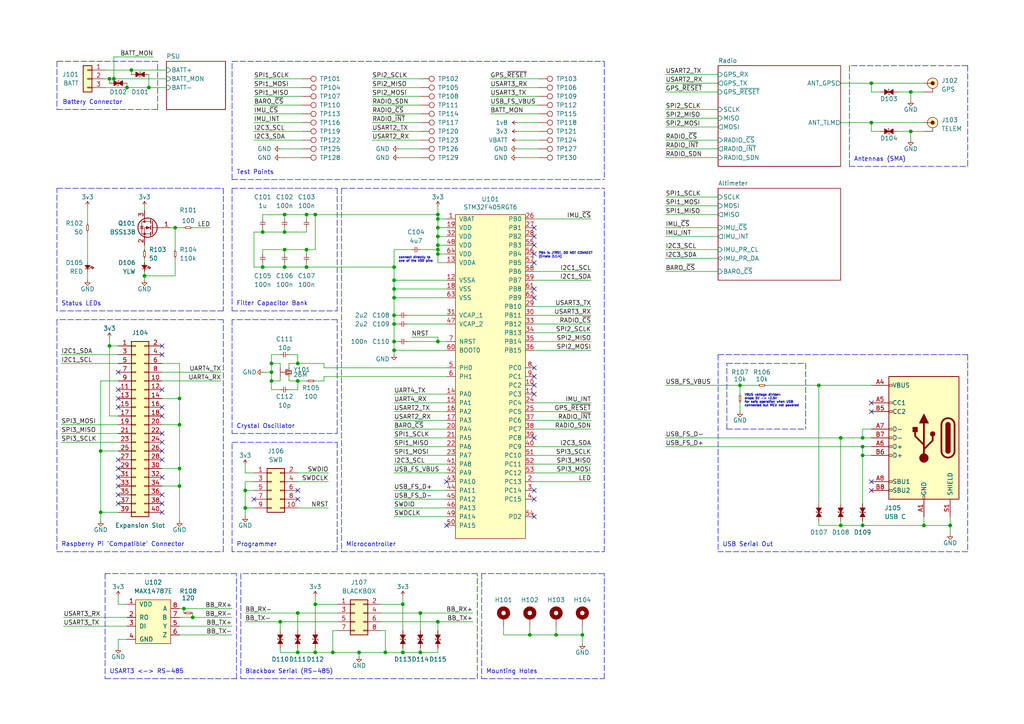
<source format=kicad_sch>
(kicad_sch (version 20211123) (generator eeschema)
  (paper "A4")
  (title_block (title "Lychee Flight Computer") (date "2021-12-31") (rev "1") (company "Cambridge University Spaceflight") (comment 1 "Drawn By H. Franks"))
  (junction (at 86.36 177.8))
  (junction (at 127 62.23))
  (junction (at 264.16 38.1))
  (junction (at 121.92 189.23))
  (junction (at 250.19 132.08))
  (junction (at 31.75 100.33))
  (junction (at 243.84 152.4))
  (junction (at 78.74 105.41))
  (junction (at 76.2 77.47))
  (junction (at 104.14 189.23))
  (junction (at 127 72.39))
  (junction (at 127 66.04))
  (junction (at 127 99.06))
  (junction (at 78.74 110.49))
  (junction (at 38.1 20.32))
  (junction (at 55.88 179.07))
  (junction (at 267.97 152.4))
  (junction (at 250.19 127))
  (junction (at 127 180.34))
  (junction (at 114.3 77.47))
  (junction (at 114.3 101.6))
  (junction (at 86.36 110.49))
  (junction (at 41.91 80.01))
  (junction (at 52.07 115.57))
  (junction (at 111.76 189.23))
  (junction (at 91.44 62.23))
  (junction (at 82.55 62.23))
  (junction (at 127 71.12))
  (junction (at 29.21 130.81))
  (junction (at 116.84 175.26))
  (junction (at 86.36 105.41))
  (junction (at 31.75 22.86))
  (junction (at 214.63 111.76))
  (junction (at 243.84 127))
  (junction (at 88.9 72.39))
  (junction (at 36.83 25.4))
  (junction (at 71.12 147.32))
  (junction (at 29.21 148.59))
  (junction (at 114.3 93.98))
  (junction (at 161.29 184.15))
  (junction (at 114.3 83.82))
  (junction (at 237.49 111.76))
  (junction (at 82.55 72.39))
  (junction (at 153.67 184.15))
  (junction (at 250.19 129.54))
  (junction (at 127 63.5))
  (junction (at 82.55 67.31))
  (junction (at 52.07 140.97))
  (junction (at 50.8 66.04))
  (junction (at 264.16 26.67))
  (junction (at 33.02 22.86))
  (junction (at 71.12 142.24))
  (junction (at 52.07 123.19))
  (junction (at 76.2 67.31))
  (junction (at 86.36 189.23))
  (junction (at 114.3 86.36))
  (junction (at 81.28 180.34))
  (junction (at 114.3 91.44))
  (junction (at 250.19 152.4))
  (junction (at 127 68.58))
  (junction (at 88.9 62.23))
  (junction (at 43.18 25.4))
  (junction (at 114.3 81.28))
  (junction (at 168.91 184.15))
  (junction (at 82.55 77.47))
  (junction (at 91.44 175.26))
  (junction (at 96.52 189.23))
  (junction (at 88.9 77.47))
  (junction (at 114.3 99.06))
  (junction (at 252.73 24.13))
  (junction (at 275.59 152.4))
  (junction (at 127 73.66))
  (junction (at 252.73 35.56))
  (junction (at 121.92 177.8))
  (junction (at 91.44 189.23))
  (junction (at 52.07 135.89))
  (junction (at 116.84 189.23))
  (junction (at 78.74 107.95))
  (junction (at 53.34 176.53))
  (no_connect (at 154.94 106.68))
  (no_connect (at 154.94 109.22))
  (no_connect (at 154.94 76.2))
  (no_connect (at 154.94 73.66))
  (no_connect (at 154.94 83.82))
  (no_connect (at 154.94 144.78))
  (no_connect (at 129.54 139.7))
  (no_connect (at 154.94 66.04))
  (no_connect (at 154.94 114.3))
  (no_connect (at 252.73 142.24))
  (no_connect (at 154.94 142.24))
  (no_connect (at 86.36 144.78))
  (no_connect (at 73.66 144.78))
  (no_connect (at 154.94 68.58))
  (no_connect (at 154.94 149.86))
  (no_connect (at 154.94 86.36))
  (no_connect (at 46.99 113.03))
  (no_connect (at 46.99 133.35))
  (no_connect (at 46.99 130.81))
  (no_connect (at 46.99 128.27))
  (no_connect (at 34.29 133.35))
  (no_connect (at 252.73 139.7))
  (no_connect (at 154.94 111.76))
  (no_connect (at 154.94 127))
  (no_connect (at 129.54 152.4))
  (no_connect (at 46.99 125.73))
  (no_connect (at 34.29 135.89))
  (no_connect (at 34.29 138.43))
  (no_connect (at 46.99 148.59))
  (no_connect (at 46.99 146.05))
  (no_connect (at 46.99 143.51))
  (no_connect (at 46.99 138.43))
  (no_connect (at 46.99 118.11))
  (no_connect (at 46.99 120.65))
  (no_connect (at 34.29 118.11))
  (no_connect (at 34.29 115.57))
  (no_connect (at 34.29 113.03))
  (no_connect (at 34.29 140.97))
  (no_connect (at 34.29 143.51))
  (no_connect (at 34.29 146.05))
  (no_connect (at 86.36 142.24))
  (no_connect (at 154.94 71.12))
  (no_connect (at 46.99 100.33))
  (no_connect (at 46.99 102.87))
  (no_connect (at 34.29 107.95))
  (no_connect (at 252.73 116.84))
  (no_connect (at 252.73 119.38))
  (wire (pts (xy 114.3 81.28) (xy 114.3 83.82)))
  (wire (pts (xy 154.94 121.92) (xy 171.45 121.92)))
  (wire (pts (xy 86.36 139.7) (xy 95.25 139.7)))
  (wire (pts (xy 243.84 152.4) (xy 237.49 152.4)))
  (wire (pts (xy 83.82 110.49) (xy 86.36 110.49)))
  (wire (pts (xy 154.94 81.28) (xy 171.45 81.28)))
  (wire (pts (xy 30.48 20.32) (xy 38.1 20.32)))
  (wire (pts (xy 115.57 45.72) (xy 121.92 45.72)))
  (wire (pts (xy 34.29 100.33) (xy 31.75 100.33)))
  (polyline (pts (xy 138.43 166.37) (xy 69.85 166.37)))
  (wire (pts (xy 78.74 105.41) (xy 78.74 107.95)))
  (wire (pts (xy 114.3 142.24) (xy 129.54 142.24)))
  (wire (pts (xy 116.84 187.96) (xy 116.84 189.23)))
  (wire (pts (xy 76.2 76.2) (xy 76.2 77.47)))
  (polyline (pts (xy 67.31 92.71) (xy 67.31 125.73)))
  (wire (pts (xy 86.36 177.8) (xy 97.79 177.8)))
  (wire (pts (xy 53.34 176.53) (xy 67.31 176.53)))
  (wire (pts (xy 82.55 63.5) (xy 82.55 62.23)))
  (wire (pts (xy 78.74 113.03) (xy 81.28 113.03)))
  (wire (pts (xy 114.3 129.54) (xy 129.54 129.54)))
  (wire (pts (xy 76.2 72.39) (xy 82.55 72.39)))
  (wire (pts (xy 267.97 35.56) (xy 252.73 35.56)))
  (wire (pts (xy 93.98 109.22) (xy 129.54 109.22)))
  (wire (pts (xy 154.94 99.06) (xy 171.45 99.06)))
  (wire (pts (xy 88.9 72.39) (xy 88.9 73.66)))
  (wire (pts (xy 154.94 116.84) (xy 171.45 116.84)))
  (wire (pts (xy 52.07 181.61) (xy 67.31 181.61)))
  (wire (pts (xy 41.91 59.69) (xy 41.91 60.96)))
  (wire (pts (xy 193.04 31.75) (xy 208.28 31.75)))
  (wire (pts (xy 193.04 68.58) (xy 208.28 68.58)))
  (wire (pts (xy 76.2 63.5) (xy 76.2 62.23)))
  (wire (pts (xy 53.34 176.53) (xy 53.34 177.8)))
  (wire (pts (xy 107.95 25.4) (xy 121.92 25.4)))
  (wire (pts (xy 91.44 187.96) (xy 91.44 189.23)))
  (polyline (pts (xy 67.31 160.02) (xy 67.31 128.27)))
  (wire (pts (xy 193.04 45.72) (xy 208.28 45.72)))
  (wire (pts (xy 73.66 27.94) (xy 87.63 27.94)))
  (wire (pts (xy 71.12 142.24) (xy 73.66 142.24)))
  (wire (pts (xy 78.74 102.87) (xy 81.28 102.87)))
  (wire (pts (xy 208.28 72.39) (xy 193.04 72.39)))
  (wire (pts (xy 118.11 93.98) (xy 129.54 93.98)))
  (wire (pts (xy 43.18 25.4) (xy 48.26 25.4)))
  (wire (pts (xy 86.36 102.87) (xy 86.36 105.41)))
  (polyline (pts (xy 233.68 105.41) (xy 233.68 124.46)))
  (wire (pts (xy 30.48 22.86) (xy 31.75 22.86)))
  (polyline (pts (xy 16.51 92.71) (xy 16.51 125.73)))
  (polyline (pts (xy 16.51 17.78) (xy 16.51 31.75)))
  (wire (pts (xy 154.94 91.44) (xy 171.45 91.44)))
  (wire (pts (xy 171.45 63.5) (xy 154.94 63.5)))
  (wire (pts (xy 78.74 110.49) (xy 78.74 113.03)))
  (wire (pts (xy 60.96 66.04) (xy 55.88 66.04)))
  (wire (pts (xy 250.19 132.08) (xy 250.19 129.54)))
  (wire (pts (xy 222.25 111.76) (xy 237.49 111.76)))
  (wire (pts (xy 107.95 33.02) (xy 121.92 33.02)))
  (polyline (pts (xy 68.58 196.85) (xy 68.58 166.37)))
  (wire (pts (xy 142.24 22.86) (xy 156.21 22.86)))
  (wire (pts (xy 52.07 184.15) (xy 67.31 184.15)))
  (wire (pts (xy 115.57 43.18) (xy 121.92 43.18)))
  (wire (pts (xy 118.11 91.44) (xy 129.54 91.44)))
  (wire (pts (xy 243.84 127) (xy 243.84 146.05)))
  (wire (pts (xy 114.3 121.92) (xy 129.54 121.92)))
  (wire (pts (xy 250.19 152.4) (xy 250.19 151.13)))
  (wire (pts (xy 86.36 187.96) (xy 86.36 189.23)))
  (wire (pts (xy 250.19 127) (xy 250.19 124.46)))
  (wire (pts (xy 46.99 110.49) (xy 64.135 110.49)))
  (wire (pts (xy 81.28 180.34) (xy 97.79 180.34)))
  (wire (pts (xy 267.97 24.13) (xy 252.73 24.13)))
  (wire (pts (xy 107.95 35.56) (xy 121.92 35.56)))
  (wire (pts (xy 81.28 187.96) (xy 81.28 189.23)))
  (wire (pts (xy 193.04 43.18) (xy 208.28 43.18)))
  (wire (pts (xy 267.97 149.86) (xy 267.97 152.4)))
  (polyline (pts (xy 99.06 54.61) (xy 99.06 160.02)))
  (wire (pts (xy 193.04 66.04) (xy 208.28 66.04)))
  (wire (pts (xy 55.88 179.07) (xy 67.31 179.07)))
  (wire (pts (xy 193.04 129.54) (xy 250.19 129.54)))
  (polyline (pts (xy 175.26 160.02) (xy 175.26 54.61)))
  (wire (pts (xy 114.3 83.82) (xy 114.3 86.36)))
  (wire (pts (xy 52.07 140.97) (xy 46.99 140.97)))
  (wire (pts (xy 243.84 24.13) (xy 252.73 24.13)))
  (polyline (pts (xy 280.67 19.05) (xy 280.67 48.26)))
  (wire (pts (xy 107.95 27.94) (xy 121.92 27.94)))
  (wire (pts (xy 237.49 111.76) (xy 252.73 111.76)))
  (wire (pts (xy 96.52 189.23) (xy 104.14 189.23)))
  (wire (pts (xy 193.04 24.13) (xy 208.28 24.13)))
  (wire (pts (xy 267.97 26.67) (xy 264.16 26.67)))
  (wire (pts (xy 149.86 40.64) (xy 156.21 40.64)))
  (wire (pts (xy 76.2 73.66) (xy 76.2 72.39)))
  (wire (pts (xy 264.16 26.67) (xy 264.16 29.21)))
  (polyline (pts (xy 97.79 160.02) (xy 67.31 160.02)))
  (wire (pts (xy 118.11 99.06) (xy 127 99.06)))
  (wire (pts (xy 161.29 181.61) (xy 161.29 184.15)))
  (wire (pts (xy 73.66 139.7) (xy 71.12 139.7)))
  (wire (pts (xy 81.28 45.72) (xy 87.63 45.72)))
  (wire (pts (xy 71.12 142.24) (xy 71.12 147.32)))
  (wire (pts (xy 73.66 33.02) (xy 87.63 33.02)))
  (wire (pts (xy 52.07 105.41) (xy 52.07 115.57)))
  (polyline (pts (xy 246.38 48.26) (xy 280.67 48.26)))
  (wire (pts (xy 114.3 134.62) (xy 129.54 134.62)))
  (wire (pts (xy 17.78 123.19) (xy 34.29 123.19)))
  (wire (pts (xy 127 180.34) (xy 137.16 180.34)))
  (wire (pts (xy 52.07 123.19) (xy 46.99 123.19)))
  (polyline (pts (xy 16.51 31.75) (xy 45.72 31.75)))
  (wire (pts (xy 208.28 57.15) (xy 193.04 57.15)))
  (polyline (pts (xy 67.31 54.61) (xy 97.79 54.61)))
  (wire (pts (xy 127 59.69) (xy 127 62.23)))
  (wire (pts (xy 78.74 110.49) (xy 81.28 110.49)))
  (polyline (pts (xy 67.31 54.61) (xy 67.31 90.17)))
  (wire (pts (xy 78.74 102.87) (xy 78.74 105.41)))
  (wire (pts (xy 142.24 30.48) (xy 156.21 30.48)))
  (polyline (pts (xy 64.77 92.71) (xy 16.51 92.71)))
  (wire (pts (xy 114.3 144.78) (xy 129.54 144.78)))
  (wire (pts (xy 91.44 62.23) (xy 127 62.23)))
  (wire (pts (xy 127 71.12) (xy 129.54 71.12)))
  (polyline (pts (xy 210.82 105.41) (xy 233.68 105.41)))
  (polyline (pts (xy 67.31 17.78) (xy 175.26 17.78)))
  (wire (pts (xy 96.52 182.88) (xy 96.52 189.23)))
  (wire (pts (xy 127 63.5) (xy 127 66.04)))
  (wire (pts (xy 193.04 34.29) (xy 208.28 34.29)))
  (wire (pts (xy 81.28 180.34) (xy 81.28 182.88)))
  (wire (pts (xy 50.8 80.01) (xy 50.8 74.93)))
  (wire (pts (xy 83.82 105.41) (xy 83.82 106.68)))
  (wire (pts (xy 33.02 22.86) (xy 48.26 22.86)))
  (wire (pts (xy 127 189.23) (xy 127 187.96)))
  (wire (pts (xy 121.92 72.39) (xy 127 72.39)))
  (wire (pts (xy 88.9 77.47) (xy 114.3 77.47)))
  (wire (pts (xy 43.18 21.59) (xy 43.18 25.4)))
  (wire (pts (xy 193.04 111.76) (xy 214.63 111.76)))
  (wire (pts (xy 214.63 111.76) (xy 214.63 114.3)))
  (wire (pts (xy 121.92 189.23) (xy 127 189.23)))
  (wire (pts (xy 52.07 115.57) (xy 52.07 123.19)))
  (wire (pts (xy 41.91 78.74) (xy 41.91 80.01)))
  (wire (pts (xy 149.86 38.1) (xy 156.21 38.1)))
  (wire (pts (xy 127 71.12) (xy 127 72.39)))
  (polyline (pts (xy 30.48 166.37) (xy 30.48 196.85)))
  (wire (pts (xy 260.35 26.67) (xy 264.16 26.67)))
  (wire (pts (xy 237.49 111.76) (xy 237.49 146.05)))
  (wire (pts (xy 129.54 119.38) (xy 114.3 119.38)))
  (wire (pts (xy 114.3 93.98) (xy 114.3 91.44)))
  (polyline (pts (xy 16.51 125.73) (xy 16.51 160.02)))
  (wire (pts (xy 243.84 127) (xy 250.19 127)))
  (wire (pts (xy 264.16 38.1) (xy 264.16 40.64)))
  (wire (pts (xy 171.45 119.38) (xy 154.94 119.38)))
  (wire (pts (xy 88.9 62.23) (xy 91.44 62.23)))
  (wire (pts (xy 73.66 30.48) (xy 87.63 30.48)))
  (wire (pts (xy 29.21 110.49) (xy 34.29 110.49)))
  (wire (pts (xy 154.94 139.7) (xy 171.45 139.7)))
  (wire (pts (xy 127 73.66) (xy 127 76.2)))
  (wire (pts (xy 114.3 99.06) (xy 114.3 101.6)))
  (wire (pts (xy 110.49 182.88) (xy 111.76 182.88)))
  (wire (pts (xy 149.86 43.18) (xy 156.21 43.18)))
  (wire (pts (xy 127 72.39) (xy 127 73.66)))
  (wire (pts (xy 250.19 127) (xy 252.73 127)))
  (wire (pts (xy 29.21 148.59) (xy 29.21 151.13)))
  (wire (pts (xy 29.21 130.81) (xy 29.21 148.59)))
  (wire (pts (xy 91.44 110.49) (xy 93.98 110.49)))
  (wire (pts (xy 119.38 97.79) (xy 127 97.79)))
  (polyline (pts (xy 16.51 160.02) (xy 64.77 160.02)))
  (wire (pts (xy 41.91 80.01) (xy 41.91 81.28)))
  (wire (pts (xy 154.94 129.54) (xy 171.45 129.54)))
  (wire (pts (xy 171.45 124.46) (xy 154.94 124.46)))
  (wire (pts (xy 91.44 62.23) (xy 91.44 72.39)))
  (wire (pts (xy 127 66.04) (xy 129.54 66.04)))
  (wire (pts (xy 129.54 86.36) (xy 114.3 86.36)))
  (wire (pts (xy 30.48 25.4) (xy 36.83 25.4)))
  (wire (pts (xy 107.95 30.48) (xy 121.92 30.48)))
  (wire (pts (xy 129.54 114.3) (xy 114.3 114.3)))
  (wire (pts (xy 154.94 96.52) (xy 171.45 96.52)))
  (wire (pts (xy 115.57 99.06) (xy 114.3 99.06)))
  (wire (pts (xy 93.98 110.49) (xy 93.98 109.22)))
  (wire (pts (xy 114.3 137.16) (xy 129.54 137.16)))
  (wire (pts (xy 52.07 135.89) (xy 46.99 135.89)))
  (wire (pts (xy 76.2 77.47) (xy 82.55 77.47)))
  (polyline (pts (xy 175.26 17.78) (xy 175.26 52.07)))
  (polyline (pts (xy 45.72 31.75) (xy 45.72 17.78)))
  (wire (pts (xy 154.94 101.6) (xy 171.45 101.6)))
  (polyline (pts (xy 139.7 196.85) (xy 175.26 196.85)))
  (wire (pts (xy 17.78 125.73) (xy 34.29 125.73)))
  (wire (pts (xy 31.75 22.86) (xy 31.75 24.13)))
  (wire (pts (xy 129.54 83.82) (xy 114.3 83.82)))
  (wire (pts (xy 127 76.2) (xy 129.54 76.2)))
  (wire (pts (xy 73.66 35.56) (xy 87.63 35.56)))
  (polyline (pts (xy 67.31 52.07) (xy 175.26 52.07)))
  (wire (pts (xy 29.21 148.59) (xy 34.29 148.59)))
  (wire (pts (xy 25.4 59.69) (xy 25.4 64.77)))
  (wire (pts (xy 82.55 62.23) (xy 88.9 62.23)))
  (wire (pts (xy 83.82 105.41) (xy 86.36 105.41)))
  (wire (pts (xy 41.91 74.93) (xy 41.91 76.2)))
  (wire (pts (xy 127 66.04) (xy 127 68.58)))
  (wire (pts (xy 46.99 107.95) (xy 64.135 107.95)))
  (wire (pts (xy 114.3 77.47) (xy 114.3 81.28)))
  (wire (pts (xy 250.19 129.54) (xy 252.73 129.54)))
  (wire (pts (xy 121.92 177.8) (xy 137.16 177.8)))
  (wire (pts (xy 76.2 107.95) (xy 78.74 107.95)))
  (polyline (pts (xy 99.06 54.61) (xy 175.26 54.61)))
  (wire (pts (xy 208.28 59.69) (xy 193.04 59.69)))
  (wire (pts (xy 52.07 105.41) (xy 46.99 105.41)))
  (polyline (pts (xy 210.82 124.46) (xy 233.68 124.46)))
  (wire (pts (xy 208.28 74.93) (xy 193.04 74.93)))
  (wire (pts (xy 114.3 91.44) (xy 114.3 86.36)))
  (wire (pts (xy 29.21 110.49) (xy 29.21 130.81)))
  (wire (pts (xy 127 68.58) (xy 129.54 68.58)))
  (wire (pts (xy 71.12 180.34) (xy 81.28 180.34)))
  (wire (pts (xy 82.55 77.47) (xy 88.9 77.47)))
  (wire (pts (xy 83.82 102.87) (xy 86.36 102.87)))
  (wire (pts (xy 18.415 179.07) (xy 36.83 179.07)))
  (wire (pts (xy 142.24 27.94) (xy 156.21 27.94)))
  (wire (pts (xy 214.63 116.84) (xy 214.63 119.38)))
  (wire (pts (xy 193.04 127) (xy 243.84 127)))
  (wire (pts (xy 52.07 123.19) (xy 52.07 135.89)))
  (wire (pts (xy 38.1 20.32) (xy 48.26 20.32)))
  (wire (pts (xy 73.66 40.64) (xy 87.63 40.64)))
  (wire (pts (xy 83.82 113.03) (xy 86.36 113.03)))
  (wire (pts (xy 116.84 175.26) (xy 116.84 182.88)))
  (polyline (pts (xy 175.26 196.85) (xy 175.26 166.37)))
  (wire (pts (xy 250.19 124.46) (xy 252.73 124.46)))
  (wire (pts (xy 25.4 78.74) (xy 25.4 81.28)))
  (wire (pts (xy 252.73 132.08) (xy 250.19 132.08)))
  (wire (pts (xy 127 63.5) (xy 129.54 63.5)))
  (wire (pts (xy 107.95 40.64) (xy 121.92 40.64)))
  (wire (pts (xy 97.79 182.88) (xy 96.52 182.88)))
  (wire (pts (xy 81.28 105.41) (xy 78.74 105.41)))
  (wire (pts (xy 255.27 26.67) (xy 252.73 26.67)))
  (wire (pts (xy 149.86 45.72) (xy 156.21 45.72)))
  (wire (pts (xy 193.04 40.64) (xy 208.28 40.64)))
  (wire (pts (xy 153.67 181.61) (xy 153.67 184.15)))
  (wire (pts (xy 31.75 100.33) (xy 31.75 120.65)))
  (wire (pts (xy 127 62.23) (xy 127 63.5)))
  (polyline (pts (xy 30.48 196.85) (xy 68.58 196.85)))
  (wire (pts (xy 193.04 26.67) (xy 208.28 26.67)))
  (wire (pts (xy 82.55 73.66) (xy 82.55 72.39)))
  (wire (pts (xy 168.91 181.61) (xy 168.91 184.15)))
  (wire (pts (xy 250.19 132.08) (xy 250.19 146.05)))
  (wire (pts (xy 193.04 36.83) (xy 208.28 36.83)))
  (wire (pts (xy 149.86 35.56) (xy 156.21 35.56)))
  (wire (pts (xy 114.3 116.84) (xy 129.54 116.84)))
  (wire (pts (xy 243.84 35.56) (xy 252.73 35.56)))
  (wire (pts (xy 73.66 77.47) (xy 73.66 67.31)))
  (wire (pts (xy 17.78 102.87) (xy 34.29 102.87)))
  (wire (pts (xy 154.94 88.9) (xy 171.45 88.9)))
  (polyline (pts (xy 16.51 54.61) (xy 64.77 54.61)))
  (wire (pts (xy 104.14 189.23) (xy 104.14 190.5)))
  (wire (pts (xy 193.04 21.59) (xy 208.28 21.59)))
  (wire (pts (xy 33.02 22.86) (xy 33.02 16.51)))
  (polyline (pts (xy 97.79 92.71) (xy 67.31 92.71)))
  (wire (pts (xy 88.9 77.47) (xy 88.9 76.2)))
  (wire (pts (xy 38.1 20.32) (xy 38.1 21.59)))
  (wire (pts (xy 81.28 110.49) (xy 81.28 109.22)))
  (polyline (pts (xy 97.79 128.27) (xy 97.79 160.02)))
  (wire (pts (xy 34.29 120.65) (xy 31.75 120.65)))
  (wire (pts (xy 73.66 38.1) (xy 87.63 38.1)))
  (wire (pts (xy 91.44 182.88) (xy 91.44 175.26)))
  (wire (pts (xy 127 68.58) (xy 127 71.12)))
  (wire (pts (xy 129.54 101.6) (xy 114.3 101.6)))
  (polyline (pts (xy 67.31 52.07) (xy 67.31 17.78)))
  (wire (pts (xy 53.34 66.04) (xy 50.8 66.04)))
  (wire (pts (xy 104.14 189.23) (xy 111.76 189.23)))
  (wire (pts (xy 121.92 187.96) (xy 121.92 189.23)))
  (wire (pts (xy 110.49 177.8) (xy 121.92 177.8)))
  (wire (pts (xy 267.97 152.4) (xy 275.59 152.4)))
  (wire (pts (xy 82.55 72.39) (xy 88.9 72.39)))
  (wire (pts (xy 36.83 24.13) (xy 36.83 25.4)))
  (wire (pts (xy 34.29 185.42) (xy 36.83 185.42)))
  (wire (pts (xy 81.28 189.23) (xy 86.36 189.23)))
  (wire (pts (xy 17.78 128.27) (xy 34.29 128.27)))
  (wire (pts (xy 36.83 25.4) (xy 43.18 25.4)))
  (wire (pts (xy 91.44 189.23) (xy 96.52 189.23)))
  (polyline (pts (xy 67.31 128.27) (xy 97.79 128.27)))
  (wire (pts (xy 168.91 184.15) (xy 161.29 184.15)))
  (wire (pts (xy 275.59 152.4) (xy 275.59 154.94)))
  (wire (pts (xy 50.8 66.04) (xy 50.8 72.39)))
  (wire (pts (xy 250.19 152.4) (xy 267.97 152.4)))
  (polyline (pts (xy 64.77 54.61) (xy 64.77 90.17)))
  (wire (pts (xy 29.21 130.81) (xy 34.29 130.81)))
  (wire (pts (xy 73.66 137.16) (xy 71.12 137.16)))
  (wire (pts (xy 82.55 67.31) (xy 88.9 67.31)))
  (wire (pts (xy 127 180.34) (xy 127 182.88)))
  (polyline (pts (xy 138.43 196.85) (xy 138.43 166.37)))
  (wire (pts (xy 250.19 152.4) (xy 243.84 152.4)))
  (wire (pts (xy 237.49 152.4) (xy 237.49 151.13)))
  (polyline (pts (xy 97.79 54.61) (xy 97.79 90.17)))
  (wire (pts (xy 114.3 149.86) (xy 129.54 149.86)))
  (wire (pts (xy 260.35 38.1) (xy 264.16 38.1)))
  (wire (pts (xy 50.8 66.04) (xy 49.53 66.04)))
  (wire (pts (xy 154.94 134.62) (xy 171.45 134.62)))
  (wire (pts (xy 71.12 177.8) (xy 86.36 177.8)))
  (wire (pts (xy 71.12 147.32) (xy 71.12 149.86)))
  (wire (pts (xy 73.66 147.32) (xy 71.12 147.32)))
  (wire (pts (xy 116.84 172.72) (xy 116.84 175.26)))
  (wire (pts (xy 41.91 80.01) (xy 50.8 80.01)))
  (wire (pts (xy 86.36 105.41) (xy 93.98 105.41)))
  (polyline (pts (xy 67.31 90.17) (xy 97.79 90.17)))
  (wire (pts (xy 275.59 149.86) (xy 275.59 152.4)))
  (polyline (pts (xy 99.06 160.02) (xy 175.26 160.02)))
  (polyline (pts (xy 280.67 102.87) (xy 280.67 160.02)))
  (wire (pts (xy 252.73 26.67) (xy 252.73 24.13)))
  (wire (pts (xy 142.24 25.4) (xy 156.21 25.4)))
  (wire (pts (xy 52.07 179.07) (xy 55.88 179.07)))
  (wire (pts (xy 52.07 176.53) (xy 53.34 176.53)))
  (wire (pts (xy 31.75 22.86) (xy 33.02 22.86)))
  (polyline (pts (xy 45.72 17.78) (xy 16.51 17.78)))
  (wire (pts (xy 73.66 25.4) (xy 87.63 25.4)))
  (wire (pts (xy 83.82 109.22) (xy 83.82 110.49)))
  (wire (pts (xy 86.36 147.32) (xy 95.25 147.32)))
  (wire (pts (xy 127 99.06) (xy 129.54 99.06)))
  (polyline (pts (xy 210.82 124.46) (xy 210.82 105.41)))
  (wire (pts (xy 119.38 72.39) (xy 114.3 72.39)))
  (wire (pts (xy 111.76 182.88) (xy 111.76 189.23)))
  (polyline (pts (xy 280.67 19.05) (xy 246.38 19.05)))
  (polyline (pts (xy 69.85 196.85) (xy 138.43 196.85)))
  (wire (pts (xy 146.05 184.15) (xy 146.05 181.61)))
  (wire (pts (xy 78.74 107.95) (xy 78.74 110.49)))
  (polyline (pts (xy 208.28 102.87) (xy 208.28 160.02)))
  (wire (pts (xy 93.98 106.68) (xy 129.54 106.68)))
  (wire (pts (xy 93.98 105.41) (xy 93.98 106.68)))
  (wire (pts (xy 71.12 134.62) (xy 71.12 137.16)))
  (wire (pts (xy 86.36 189.23) (xy 91.44 189.23)))
  (wire (pts (xy 252.73 38.1) (xy 252.73 35.56)))
  (wire (pts (xy 111.76 189.23) (xy 116.84 189.23)))
  (wire (pts (xy 114.3 132.08) (xy 129.54 132.08)))
  (wire (pts (xy 114.3 127) (xy 129.54 127)))
  (polyline (pts (xy 246.38 19.05) (xy 246.38 48.26)))
  (wire (pts (xy 91.44 175.26) (xy 97.79 175.26)))
  (wire (pts (xy 146.05 184.15) (xy 153.67 184.15)))
  (wire (pts (xy 154.94 132.08) (xy 171.45 132.08)))
  (wire (pts (xy 127 97.79) (xy 127 99.06)))
  (wire (pts (xy 73.66 22.86) (xy 87.63 22.86)))
  (wire (pts (xy 114.3 101.6) (xy 114.3 102.87)))
  (wire (pts (xy 76.2 77.47) (xy 73.66 77.47)))
  (wire (pts (xy 25.4 67.31) (xy 25.4 76.2)))
  (wire (pts (xy 76.2 67.31) (xy 76.2 66.04)))
  (polyline (pts (xy 64.77 160.02) (xy 64.77 92.71)))
  (wire (pts (xy 81.28 43.18) (xy 87.63 43.18)))
  (polyline (pts (xy 16.51 90.17) (xy 16.51 54.61)))
  (wire (pts (xy 73.66 67.31) (xy 76.2 67.31)))
  (wire (pts (xy 52.07 115.57) (xy 46.99 115.57)))
  (wire (pts (xy 114.3 147.32) (xy 129.54 147.32)))
  (wire (pts (xy 86.36 110.49) (xy 86.36 113.03)))
  (wire (pts (xy 193.04 78.74) (xy 208.28 78.74)))
  (wire (pts (xy 107.95 38.1) (xy 121.92 38.1)))
  (wire (pts (xy 34.29 185.42) (xy 34.29 187.96)))
  (wire (pts (xy 31.75 97.79) (xy 31.75 100.33)))
  (wire (pts (xy 82.55 67.31) (xy 76.2 67.31)))
  (wire (pts (xy 88.9 63.5) (xy 88.9 62.23)))
  (wire (pts (xy 214.63 111.76) (xy 219.71 111.76)))
  (wire (pts (xy 129.54 124.46) (xy 114.3 124.46)))
  (wire (pts (xy 110.49 180.34) (xy 127 180.34)))
  (wire (pts (xy 88.9 66.04) (xy 88.9 67.31)))
  (polyline (pts (xy 175.26 166.37) (xy 139.7 166.37)))
  (wire (pts (xy 243.84 152.4) (xy 243.84 151.13)))
  (wire (pts (xy 55.88 177.8) (xy 55.88 179.07)))
  (wire (pts (xy 88.9 72.39) (xy 91.44 72.39)))
  (polyline (pts (xy 139.7 166.37) (xy 139.7 196.85)))
  (wire (pts (xy 33.02 16.51) (xy 44.45 16.51)))
  (wire (pts (xy 17.78 105.41) (xy 34.29 105.41)))
  (wire (pts (xy 41.91 71.12) (xy 41.91 72.39)))
  (wire (pts (xy 36.83 175.26) (xy 34.29 175.26)))
  (wire (pts (xy 82.55 66.04) (xy 82.55 67.31)))
  (wire (pts (xy 154.94 78.74) (xy 171.45 78.74)))
  (wire (pts (xy 153.67 184.15) (xy 161.29 184.15)))
  (wire (pts (xy 91.44 172.72) (xy 91.44 175.26)))
  (wire (pts (xy 129.54 81.28) (xy 114.3 81.28)))
  (polyline (pts (xy 208.28 102.87) (xy 280.67 102.87)))
  (polyline (pts (xy 280.67 160.02) (xy 208.28 160.02)))
  (wire (pts (xy 127 73.66) (xy 129.54 73.66)))
  (polyline (pts (xy 68.58 166.37) (xy 30.48 166.37)))
  (wire (pts (xy 114.3 91.44) (xy 115.57 91.44)))
  (polyline (pts (xy 64.77 90.17) (xy 16.51 90.17)))
  (polyline (pts (xy 97.79 125.73) (xy 97.79 92.71)))
  (wire (pts (xy 114.3 72.39) (xy 114.3 77.47)))
  (wire (pts (xy 86.36 110.49) (xy 88.9 110.49)))
  (wire (pts (xy 110.49 175.26) (xy 116.84 175.26)))
  (wire (pts (xy 168.91 184.15) (xy 168.91 186.69)))
  (wire (pts (xy 208.28 62.23) (xy 193.04 62.23)))
  (wire (pts (xy 107.95 22.86) (xy 121.92 22.86)))
  (polyline (pts (xy 67.31 125.73) (xy 97.79 125.73)))
  (wire (pts (xy 115.57 93.98) (xy 114.3 93.98)))
  (wire (pts (xy 34.29 175.26) (xy 34.29 172.72)))
  (wire (pts (xy 154.94 137.16) (xy 171.45 137.16)))
  (wire (pts (xy 36.83 181.61) (xy 18.415 181.61)))
  (wire (pts (xy 76.2 62.23) (xy 82.55 62.23)))
  (wire (pts (xy 52.07 135.89) (xy 52.07 140.97)))
  (wire (pts (xy 255.27 38.1) (xy 252.73 38.1)))
  (wire (pts (xy 116.84 189.23) (xy 121.92 189.23)))
  (wire (pts (xy 114.3 93.98) (xy 114.3 99.06)))
  (wire (pts (xy 142.24 33.02) (xy 156.21 33.02)))
  (wire (pts (xy 121.92 177.8) (xy 121.92 182.88)))
  (wire (pts (xy 86.36 137.16) (xy 95.25 137.16)))
  (wire (pts (xy 267.97 38.1) (xy 264.16 38.1)))
  (wire (pts (xy 52.07 140.97) (xy 52.07 151.13)))
  (wire (pts (xy 86.36 177.8) (xy 86.36 182.88)))
  (polyline (pts (xy 69.85 166.37) (xy 69.85 196.85)))
  (wire (pts (xy 154.94 93.98) (xy 171.45 93.98)))
  (wire (pts (xy 81.28 105.41) (xy 81.28 106.68)))
  (wire (pts (xy 71.12 139.7) (xy 71.12 142.24)))
  (wire (pts (xy 82.55 76.2) (xy 82.55 77.47)))
  (text "Blackbox Serial (RS-485)" (at 71.12 195.58 0) (effects (font (size 1.27 1.27)) (justify left bottom)))
  (text "Filter Capacitor Bank" (at 68.5625 88.8508 0) (effects (font (size 1.27 1.27)) (justify left bottom)))
  (text "USB Serial Out" (at 209.55 158.75 0) (effects (font (size 1.27 1.27)) (justify left bottom)))
  (text "PB4 is JTRST, DO NOT CONNECT\n(Errata 2.1.4)" (at 156.21 74.93 0) (effects (font (size 0.635 0.635)) (justify left bottom)))
  (text "Battery Connector" (at 35.56 30.48 180) (effects (font (size 1.27 1.27)) (justify right bottom)))
  (text "Mounting Holes" (at 140.97 195.58 0) (effects (font (size 1.27 1.27)) (justify left bottom)))
  (text "Crystal Oscillator" (at 68.58 124.46 0) (effects (font (size 1.27 1.27)) (justify left bottom)))
  (text "USART3 <-> RS-485" (at 31.75 195.58 0) (effects (font (size 1.27 1.27)) (justify left bottom)))
  (text "Test Points" (at 68.58 50.8 0) (effects (font (size 1.27 1.27)) (justify left bottom)))
  (text "Programmer" (at 68.58 158.75 0) (effects (font (size 1.27 1.27)) (justify left bottom)))
  (text "VBUS voltage divider:\ndrops 5V -> ~2.5V\nfor safe operation when USB\nconnected but MCU not powered" (at 215.9 118.11 0) (effects (font (size 0.635 0.635)) (justify left bottom)))
  (text "connect directly to\none of the VDD pins" (at 115.57 76.2 0) (effects (font (size 0.635 0.635)) (justify left bottom)))
  (text "Status LEDs" (at 17.78 88.8995 0) (effects (font (size 1.27 1.27)) (justify left bottom)))
  (text "Microcontroller" (at 100.33 158.75 0) (effects (font (size 1.27 1.27)) (justify left bottom)))
  (text "Raspberry Pi 'Compatible' Connector" (at 17.7724 158.6927 0) (effects (font (size 1.27 1.27)) (justify left bottom)))
  (text "Antennas (SMA)" (at 247.65 46.99 0) (effects (font (size 1.27 1.27)) (justify left bottom)))
  (label "SPI2_MOSI" (at 107.95 27.94 0))
  (label "SPI3_MOSI" (at 17.78 123.19 0))
  (label "SPI2_SCLK" (at 107.95 22.86 0))
  (label "SPI3_SCLK" (at 17.78 128.27 0))
  (label "USART3_TX" (at 18.415 181.61 0))
  (label "IMU_INT" (at 73.66 35.56 0))
  (label "SPI3_SCLK" (at 171.45 132.08 180))
  (label "BB_TX+" (at 67.31 181.61 180))
  (label "USART3_TX" (at 142.24 27.94 0))
  (label "SPI1_MOSI" (at 193.04 59.69 0))
  (label "BARO_~{CS}" (at 114.3 124.46 0))
  (label "SPI2_MISO" (at 193.04 34.29 0))
  (label "NRST" (at 119.38 97.79 0))
  (label "SPI2_SCLK" (at 171.45 96.52 180))
  (label "BB_RX-" (at 71.12 177.8 0))
  (label "UART4_RX" (at 64.135 110.49 180))
  (label "SPI1_SCLK" (at 73.66 22.86 0))
  (label "BB_RX+" (at 137.16 177.8 180))
  (label "I2C3_SCL" (at 193.04 72.39 0))
  (label "I2C1_SDA" (at 171.45 81.28 180))
  (label "USART3_TX" (at 171.45 88.9 180))
  (label "I2C1_SCL" (at 171.45 78.74 180))
  (label "GPS_~{RESET}" (at 142.24 22.86 0))
  (label "USART2_RX" (at 107.95 40.64 0))
  (label "NRST" (at 95.25 147.32 180))
  (label "SPI1_MISO" (at 114.3 129.54 0))
  (label "UART4_TX" (at 64.135 107.95 180))
  (label "I2C3_SDA" (at 193.04 74.93 0))
  (label "BB_TX-" (at 71.12 180.34 0))
  (label "RADIO_~{INT}" (at 193.04 43.18 0))
  (label "SPI3_MOSI" (at 171.45 137.16 180))
  (label "USB_FS_D-" (at 193.04 127 0))
  (label "LED" (at 60.96 66.04 180))
  (label "SPI2_MOSI" (at 171.45 101.6 180))
  (label "RADIO_SDN" (at 193.04 45.72 0))
  (label "BATT_MON" (at 44.45 16.51 180))
  (label "SPI1_MISO" (at 193.04 62.23 0))
  (label "USART2_TX" (at 114.3 119.38 0))
  (label "SWDCLK" (at 114.3 149.86 0))
  (label "SPI1_SCLK" (at 193.04 57.15 0))
  (label "UART4_TX" (at 114.3 114.3 0))
  (label "IMU_INT" (at 171.45 116.84 180))
  (label "SPI1_MOSI" (at 114.3 132.08 0))
  (label "RADIO_~{INT}" (at 171.45 121.92 180))
  (label "SWDIO" (at 95.25 137.16 180))
  (label "RADIO_~{CS}" (at 107.95 33.02 0))
  (label "GPS_~{RESET}" (at 193.04 26.67 0))
  (label "RADIO_~{INT}" (at 107.95 35.56 0))
  (label "SPI2_SCLK" (at 193.04 31.75 0))
  (label "BB_TX+" (at 137.16 180.34 180))
  (label "USART2_RX" (at 114.3 121.92 0))
  (label "SPI1_SCLK" (at 114.3 127 0))
  (label "BB_RX-" (at 67.31 179.07 180))
  (label "SPI3_MISO" (at 171.45 134.62 180))
  (label "SPI1_MISO" (at 73.66 27.94 0))
  (label "RADIO_~{CS}" (at 171.45 93.98 180))
  (label "USART2_TX" (at 193.04 21.59 0))
  (label "SWDCLK" (at 95.25 139.7 180))
  (label "I2C1_SCL" (at 17.78 105.41 0))
  (label "RADIO_SDN" (at 107.95 30.48 0))
  (label "LED" (at 171.45 139.7 180))
  (label "I2C3_SDA" (at 171.45 129.54 180))
  (label "USART3_RX" (at 142.24 25.4 0))
  (label "SPI3_MISO" (at 17.78 125.73 0))
  (label "I2C3_SDA" (at 73.66 40.64 0))
  (label "USB_FS_D+" (at 114.3 142.24 0))
  (label "I2C3_SCL" (at 73.66 38.1 0))
  (label "IMU_~{CS}" (at 73.66 33.02 0))
  (label "I2C1_SDA" (at 17.78 102.87 0))
  (label "USART3_RX" (at 171.45 91.44 180))
  (label "USART2_TX" (at 107.95 38.1 0))
  (label "BB_RX+" (at 67.31 176.53 180))
  (label "IMU_~{CS}" (at 193.04 66.04 0))
  (label "USART2_RX" (at 193.04 24.13 0))
  (label "BB_TX-" (at 67.31 184.15 180))
  (label "BARO_~{CS}" (at 73.66 30.48 0))
  (label "IMU_INT" (at 193.04 68.58 0))
  (label "IMU_~{CS}" (at 171.45 63.5 180))
  (label "RADIO_~{CS}" (at 193.04 40.64 0))
  (label "USB_FS_D+" (at 193.04 129.54 0))
  (label "BATT_MON" (at 142.24 33.02 0))
  (label "USB_FS_VBUS" (at 193.04 111.76 0))
  (label "SWDIO" (at 114.3 147.32 0))
  (label "SPI2_MISO" (at 107.95 25.4 0))
  (label "UART4_RX" (at 114.3 116.84 0))
  (label "USB_FS_VBUS" (at 114.3 137.16 0))
  (label "SPI1_MOSI" (at 73.66 25.4 0))
  (label "USART3_RX" (at 18.415 179.07 0))
  (label "RADIO_SDN" (at 171.45 124.46 180))
  (label "SPI2_MOSI" (at 193.04 36.83 0))
  (label "GPS_~{RESET}" (at 171.45 119.38 180))
  (label "I2C3_SCL" (at 114.3 134.62 0))
  (label "USB_FS_D-" (at 114.3 144.78 0))
  (label "BARO_~{CS}" (at 193.04 78.74 0))
  (label "SPI2_MISO" (at 171.45 99.06 180))
  (label "USB_FS_VBUS" (at 142.24 30.48 0))
  (symbol (lib_id "Strix:GND") (at 264.16 29.21 0) (unit 1)
    (property "Reference" "#PWR0101" (effects hide))
    (property "Value" "GND" (at 264.16 31.75 0))
  )
  (symbol (lib_id "Strix:D_ESD") (at 257.81 26.67 0) (unit 1)
    (property "Reference" "D103" (at 257.81 27.94 0) (effects (justify top)))
    (property "Value" "D_ESD" (effects hide))
    (property "Footprint" "Strix:D_0402" (effects hide))
    (property "Farnell" "2368169" (effects hide))
  )
  (symbol (lib_id "Strix:GND") (at 264.16 40.64 0) (unit 1)
    (property "Reference" "#PWR0106" (effects hide))
    (property "Value" "GND" (at 264.16 43.18 0))
  )
  (symbol (lib_id "Strix:3v3") (at 127 59.69 0) (unit 1)
    (property "Reference" "#PWR0115" (effects hide))
    (property "Value" "3v3" (at 127 57.15 0))
  )
  (symbol (lib_id "Strix:C") (at 115.57 91.44 0) (mirror x) (unit 1)
    (property "Reference" "C108" (at 113.03 91.44 0) (effects (justify right)))
    (property "Value" "2u2" (at 106.68 91.44 0) (effects (justify right)))
    (property "Footprint" "Strix:C_0402" (effects hide))
    (property "Farnell" "2362088" (effects hide))
  )
  (symbol (lib_id "Strix:C") (at 115.57 93.98 0) (mirror x) (unit 1)
    (property "Reference" "C109" (at 113.03 93.98 0) (effects (justify right)))
    (property "Value" "2u2" (at 106.68 93.98 0) (effects (justify right)))
    (property "Footprint" "Strix:C_0402" (effects hide))
    (property "Farnell" "2362088" (effects hide))
  )
  (symbol (lib_id "Strix:C") (at 88.9 76.2 90) (unit 1)
    (property "Reference" "C107" (at 88.9 80.01 90))
    (property "Value" "100n" (at 88.9 82.55 90))
    (property "Footprint" "Strix:C_0402" (effects hide))
    (property "Farnell" "2496771" (effects hide))
  )
  (symbol (lib_id "Strix:C") (at 82.55 76.2 90) (unit 1)
    (property "Reference" "C106" (at 82.55 80.01 90))
    (property "Value" "100n" (at 82.55 82.55 90))
    (property "Footprint" "Strix:C_0402" (effects hide))
    (property "Farnell" "2496771" (effects hide))
  )
  (symbol (lib_id "Strix:C") (at 76.2 76.2 90) (unit 1)
    (property "Reference" "C105" (at 76.2 80.01 90))
    (property "Value" "100n" (at 76.2 82.55 90))
    (property "Footprint" "Strix:C_0402" (effects hide))
    (property "Farnell" "2496771" (effects hide))
  )
  (symbol (lib_id "Strix:C") (at 88.9 66.04 90) (unit 1)
    (property "Reference" "C103" (at 88.9 57.15 90))
    (property "Value" "100n" (at 88.9 59.69 90))
    (property "Footprint" "Strix:C_0402" (effects hide))
    (property "Farnell" "2496771" (effects hide))
  )
  (symbol (lib_id "Strix:C") (at 82.55 66.04 90) (unit 1)
    (property "Reference" "C102" (at 82.55 57.15 90))
    (property "Value" "100n" (at 82.55 59.69 90))
    (property "Footprint" "Strix:C_0402" (effects hide))
    (property "Farnell" "2496771" (effects hide))
  )
  (symbol (lib_id "Strix:C") (at 76.2 66.04 90) (unit 1)
    (property "Reference" "C101" (at 76.2 57.15 90))
    (property "Value" "1u" (at 76.2 59.69 90))
    (property "Footprint" "Strix:C_0402" (effects hide))
    (property "Farnell" "2218855" (effects hide))
  )
  (symbol (lib_id "Strix:C") (at 119.38 72.39 0) (unit 1)
    (property "Reference" "C104" (at 120.65 67.31 0))
    (property "Value" "4u7" (at 120.65 69.85 0))
    (property "Footprint" "Strix:C_0402" (effects hide))
    (property "Farnell" "2346876" (effects hide))
  )
  (symbol (lib_id "Strix:MountingHole_Pad") (at 146.05 179.07 0) (unit 1)
    (property "Reference" "H101" (at 146.05 173.99 0))
    (property "Value" "MountingHole_Pad" (effects hide))
    (property "Footprint" "Strix:MountingHole_Pad" (effects hide))
  )
  (symbol (lib_id "Strix:GND") (at 168.91 186.69 0) (unit 1)
    (property "Reference" "#PWR0130" (effects hide))
    (property "Value" "GND" (at 168.91 189.23 0))
  )
  (symbol (lib_id "Strix:STM32F405RGT6") (at 142.24 109.22 0) (unit 1)
    (property "Reference" "U101" (at 142.24 57.785 0))
    (property "Value" "STM32F405RGT6" (at 142.24 60.0964 0))
    (property "Footprint" "Strix:STM32F405RGT6" (effects hide))
    (property "Datasheet" "http://www.st.com/st-web-ui/static/active/en/resource/technical/document/datasheet/DM00037051.pdf" (effects hide))
    (property "Farnell" "2064363" (effects hide))
  )
  (symbol (lib_id "Strix:Conn_01x03") (at 25.4 22.86 0) (mirror y) (unit 1)
    (property "Reference" "J101" (at 22.86 21.59 0) (effects (justify left)))
    (property "Value" "BATT" (at 22.86 24.13 0) (effects (justify left)))
    (property "Footprint" "Strix:Molex_Nano-Fit_105313-1103" (effects hide))
    (property "Farnell" "2820685" (effects hide))
  )
  (symbol (lib_id "Strix:C") (at 115.57 99.06 0) (unit 1)
    (property "Reference" "C110" (at 113.03 99.06 0) (effects (justify right)))
    (property "Value" "100n" (at 106.68 99.06 0) (effects (justify right)))
    (property "Footprint" "Strix:C_0402" (effects hide))
    (property "Farnell" "2496771" (effects hide))
  )
  (symbol (lib_id "Strix:GND") (at 114.3 102.87 0) (unit 1)
    (property "Reference" "#PWR0119" (effects hide))
    (property "Value" "GND" (at 113.03 104.14 0) (effects (justify right)))
  )
  (symbol (lib_id "Strix:GND") (at 34.29 187.96 0) (unit 1)
    (property "Reference" "#PWR0131" (effects hide))
    (property "Value" "GND" (at 34.29 190.5 0))
  )
  (symbol (lib_id "Strix:3v3") (at 34.29 172.72 0) (unit 1)
    (property "Reference" "#PWR0127" (effects hide))
    (property "Value" "3v3" (at 34.29 170.18 0))
  )
  (symbol (lib_id "Strix:MountingHole_Pad") (at 153.67 179.07 0) (unit 1)
    (property "Reference" "H102" (at 153.67 173.99 0))
    (property "Value" "MountingHole_Pad" (effects hide))
    (property "Footprint" "Strix:MountingHole_Pad" (effects hide))
  )
  (symbol (lib_id "Strix:MountingHole_Pad") (at 161.29 179.07 0) (unit 1)
    (property "Reference" "H103" (at 161.29 173.99 0))
    (property "Value" "MountingHole_Pad" (effects hide))
    (property "Footprint" "Strix:MountingHole_Pad" (effects hide))
  )
  (symbol (lib_id "Strix:MountingHole_Pad") (at 168.91 179.07 0) (unit 1)
    (property "Reference" "H104" (at 168.91 173.99 0))
    (property "Value" "MountingHole_Pad" (effects hide))
    (property "Footprint" "Strix:MountingHole_Pad" (effects hide))
  )
  (symbol (lib_id "Strix:MAX14787E") (at 44.45 180.34 0) (unit 1)
    (property "Reference" "U102" (at 44.45 168.91 0))
    (property "Value" "MAX14787E" (at 44.45 171.45 0))
    (property "Footprint" "Strix:MAX14787E" (effects hide))
    (property "Datasheet" "https://datasheets.maximintegrated.com/en/ds/MAX14784E-MAX14789E.pdf" (effects hide))
    (property "Farnell" "2528531" (effects hide))
  )
  (symbol (lib_id "Strix:R") (at 53.34 177.8 0) (unit 1)
    (property "Reference" "R108" (at 54.61 171.45 0))
    (property "Value" "120" (at 54.61 172.72 0) (effects (justify top)))
    (property "Footprint" "Strix:R_0402" (effects hide))
    (property "Farnell" "2447103" (effects hide))
  )
  (symbol (lib_id "Strix:D_ESD") (at 250.19 148.59 270) (mirror x) (unit 1)
    (property "Reference" "D109" (at 250.19 153.67 90) (effects (justify bottom)))
    (property "Value" "D_ESD" (effects hide))
    (property "Footprint" "Strix:D_0402" (effects hide))
    (property "Farnell" "2368169" (effects hide))
  )
  (symbol (lib_id "Strix:TestPoint") (at 156.21 30.48 270) (unit 1)
    (property "Reference" "TP112" (at 161.29 30.48 90) (effects (justify left)))
    (property "Value" "TestPoint" (effects hide))
    (property "Footprint" "Strix:TestPoint" (effects hide))
  )
  (symbol (lib_id "Strix:GND") (at 71.12 149.86 0) (unit 1)
    (property "Reference" "#PWR0123" (effects hide))
    (property "Value" "GND" (at 71.12 152.4 0))
  )
  (symbol (lib_id "Strix:TestPoint") (at 156.21 35.56 270) (unit 1)
    (property "Reference" "TP118" (at 161.29 35.56 90) (effects (justify left)))
    (property "Value" "TestPoint" (effects hide))
    (property "Footprint" "Strix:TestPoint" (effects hide))
  )
  (symbol (lib_id "Strix:TestPoint") (at 87.63 22.86 270) (unit 1)
    (property "Reference" "TP101" (at 92.71 22.86 90) (effects (justify left)))
    (property "Value" "TestPoint" (effects hide))
    (property "Footprint" "Strix:TestPoint" (effects hide))
  )
  (symbol (lib_id "Strix:TestPoint") (at 121.92 27.94 270) (unit 1)
    (property "Reference" "TP108" (at 127 27.94 90) (effects (justify left)))
    (property "Value" "TestPoint" (effects hide))
    (property "Footprint" "Strix:TestPoint" (effects hide))
  )
  (symbol (lib_id "Strix:TestPoint") (at 87.63 40.64 270) (unit 1)
    (property "Reference" "TP122" (at 92.71 40.64 90) (effects (justify left)))
    (property "Value" "TestPoint" (effects hide))
    (property "Footprint" "Strix:TestPoint" (effects hide))
  )
  (symbol (lib_id "Strix:TestPoint") (at 87.63 43.18 270) (unit 1)
    (property "Reference" "TP125" (at 92.71 43.18 90) (effects (justify left)))
    (property "Value" "TestPoint" (effects hide))
    (property "Footprint" "Strix:TestPoint" (effects hide))
  )
  (symbol (lib_id "Strix:D_ESD") (at 121.92 185.42 270) (mirror x) (unit 1)
    (property "Reference" "D114" (at 121.92 190.5 90) (effects (justify bottom)))
    (property "Value" "D_ESD" (effects hide))
    (property "Footprint" "Strix:D_0402" (effects hide))
    (property "Farnell" "2368169" (effects hide))
  )
  (symbol (lib_id "Strix:TestPoint") (at 156.21 22.86 270) (unit 1)
    (property "Reference" "TP103" (at 161.29 22.86 90) (effects (justify left)))
    (property "Value" "TestPoint" (effects hide))
    (property "Footprint" "Strix:TestPoint" (effects hide))
  )
  (symbol (lib_id "Strix:TestPoint") (at 156.21 38.1 270) (unit 1)
    (property "Reference" "TP121" (at 161.29 38.1 90) (effects (justify left)))
    (property "Value" "TestPoint" (effects hide))
    (property "Footprint" "Strix:TestPoint" (effects hide))
  )
  (symbol (lib_id "Strix:3v3") (at 41.91 59.69 0) (unit 1)
    (property "Reference" "#PWR0114" (effects hide))
    (property "Value" "3v3" (at 41.91 57.15 0))
  )
  (symbol (lib_id "Strix:GND") (at 275.59 154.94 0) (unit 1)
    (property "Reference" "#PWR0126" (effects hide))
    (property "Value" "GND" (at 275.59 157.48 0))
  )
  (symbol (lib_id "Strix:R") (at 25.4 67.31 270) (mirror x) (unit 1)
    (property "Reference" "R102" (at 24.13 64.77 90) (effects (justify right)))
    (property "Value" "50" (at 24.13 67.31 90) (effects (justify right)))
    (property "Footprint" "Strix:R_0402" (effects hide))
    (property "Farnell" "3544456" (effects hide))
  )
  (symbol (lib_id "Strix:LED") (at 41.91 78.74 270) (mirror x) (unit 1)
    (property "Reference" "D106" (at 39.37 76.2 90) (effects (justify right)))
    (property "Value" "YLW" (at 39.37 78.74 90) (effects (justify right)))
    (property "Footprint" "Strix:LED_0402" (effects hide))
    (property "Farnell" "3796307" (effects hide))
  )
  (symbol (lib_id "Strix:TestPoint") (at 121.92 35.56 270) (unit 1)
    (property "Reference" "TP117" (at 127 35.56 90) (effects (justify left)))
    (property "Value" "TestPoint" (effects hide))
    (property "Footprint" "Strix:TestPoint" (effects hide))
  )
  (symbol (lib_id "Strix:C") (at 81.28 113.03 0) (mirror x) (unit 1)
    (property "Reference" "C112" (at 82.55 114.3 0) (effects (justify bottom)))
    (property "Value" "10p" (at 82.55 116.84 0) (effects (justify bottom)))
    (property "Footprint" "Strix:C_0402" (effects hide))
    (property "Farnell" "2494183" (effects hide))
  )
  (symbol (lib_id "Strix:GND") (at 104.14 190.5 0) (unit 1)
    (property "Reference" "#PWR0132" (effects hide))
    (property "Value" "GND" (at 104.14 193.04 0))
  )
  (symbol (lib_id "Strix:TestPoint") (at 87.63 38.1 270) (unit 1)
    (property "Reference" "TP119" (at 92.71 38.1 90) (effects (justify left)))
    (property "Value" "TestPoint" (effects hide))
    (property "Footprint" "Strix:TestPoint" (effects hide))
  )
  (symbol (lib_id "Strix:TestPoint") (at 121.92 30.48 270) (unit 1)
    (property "Reference" "TP111" (at 127 30.48 90) (effects (justify left)))
    (property "Value" "TestPoint" (effects hide))
    (property "Footprint" "Strix:TestPoint" (effects hide))
  )
  (symbol (lib_id "Strix:R") (at 88.9 110.49 0) (mirror x) (unit 1)
    (property "Reference" "R105" (at 90.17 111.76 0) (effects (justify bottom)))
    (property "Value" "100" (at 90.17 114.3 0) (effects (justify bottom)))
    (property "Footprint" "Strix:R_0402" (effects hide))
    (property "Farnell" "2447095" (effects hide))
  )
  (symbol (lib_id "Strix:TestPoint") (at 87.63 30.48 270) (unit 1)
    (property "Reference" "TP110" (at 92.71 30.48 90) (effects (justify left)))
    (property "Value" "TestPoint" (effects hide))
    (property "Footprint" "Strix:TestPoint" (effects hide))
  )
  (symbol (lib_id "Strix:TestPoint") (at 87.63 45.72 270) (unit 1)
    (property "Reference" "TP128" (at 92.71 45.72 90) (effects (justify left)))
    (property "Value" "TestPoint" (effects hide))
    (property "Footprint" "Strix:TestPoint" (effects hide))
  )
  (symbol (lib_id "Strix:TestPoint") (at 121.92 40.64 270) (unit 1)
    (property "Reference" "TP123" (at 127 40.64 90) (effects (justify left)))
    (property "Value" "TestPoint" (effects hide))
    (property "Footprint" "Strix:TestPoint" (effects hide))
  )
  (symbol (lib_id "Strix:TestPoint") (at 121.92 22.86 270) (unit 1)
    (property "Reference" "TP102" (at 127 22.86 90) (effects (justify left)))
    (property "Value" "TestPoint" (effects hide))
    (property "Footprint" "Strix:TestPoint" (effects hide))
  )
  (symbol (lib_id "Strix:D_ESD") (at 257.81 38.1 0) (unit 1)
    (property "Reference" "D104" (at 257.81 39.37 0) (effects (justify top)))
    (property "Value" "D_ESD" (effects hide))
    (property "Footprint" "Strix:D_0402" (effects hide))
    (property "Farnell" "2368169" (effects hide))
  )
  (symbol (lib_id "Strix:VBATT") (at 149.86 40.64 90) (mirror x) (unit 1)
    (property "Reference" "#PWR0104" (effects hide))
    (property "Value" "VBATT" (at 147.32 40.64 90) (effects (justify left)))
  )
  (symbol (lib_id "Strix:R") (at 219.71 111.76 0) (unit 1)
    (property "Reference" "R106" (at 220.98 107.95 0))
    (property "Value" "10k" (at 220.98 109.22 0) (effects (justify top)))
    (property "Footprint" "Strix:R_0402" (effects hide))
    (property "Farnell" "2447096" (effects hide))
  )
  (symbol (lib_id "Strix:TestPoint") (at 121.92 43.18 270) (unit 1)
    (property "Reference" "TP126" (at 127 43.18 90) (effects (justify left)))
    (property "Value" "TestPoint" (effects hide))
    (property "Footprint" "Strix:TestPoint" (effects hide))
  )
  (symbol (lib_id "Strix:TestPoint") (at 121.92 45.72 270) (unit 1)
    (property "Reference" "TP129" (at 127 45.72 90) (effects (justify left)))
    (property "Value" "TestPoint" (effects hide))
    (property "Footprint" "Strix:TestPoint" (effects hide))
  )
  (symbol (lib_id "Strix:TestPoint") (at 156.21 45.72 270) (unit 1)
    (property "Reference" "TP130" (at 161.29 45.72 90) (effects (justify left)))
    (property "Value" "TestPoint" (effects hide))
    (property "Footprint" "Strix:TestPoint" (effects hide))
  )
  (symbol (lib_id "Strix:D_ESD") (at 91.44 185.42 270) (mirror x) (unit 1)
    (property "Reference" "D112" (at 91.44 190.5 90) (effects (justify bottom)))
    (property "Value" "D_ESD" (effects hide))
    (property "Footprint" "Strix:D_0402" (effects hide))
    (property "Farnell" "2368169" (effects hide))
  )
  (symbol (lib_id "Strix:GND") (at 41.91 81.28 0) (unit 1)
    (property "Reference" "#PWR0117" (effects hide))
    (property "Value" "GND" (at 41.91 83.82 0))
  )
  (symbol (lib_id "Strix:GND") (at 52.07 151.13 0) (unit 1)
    (property "Reference" "#PWR0125" (effects hide))
    (property "Value" "GND" (at 52.07 153.67 0))
  )
  (symbol (lib_id "Strix:D_ESD") (at 86.36 185.42 270) (mirror x) (unit 1)
    (property "Reference" "D111" (at 86.36 190.5 90) (effects (justify bottom)))
    (property "Value" "D_ESD" (effects hide))
    (property "Footprint" "Strix:D_0402" (effects hide))
    (property "Farnell" "2368169" (effects hide))
  )
  (symbol (lib_id "Strix:Coax") (at 270.51 24.13 0) (unit 1)
    (property "Reference" "J102" (at 273.05 23.3679 0) (effects (justify left)))
    (property "Value" "GPS" (at 273.05 25.9079 0) (effects (justify left)))
    (property "Footprint" "Strix:SMA-Edge" (effects hide))
    (property "Farnell" "1608592" (effects hide))
  )
  (symbol (lib_id "Strix:GND") (at 214.63 119.38 0) (unit 1)
    (property "Reference" "#PWR0121" (effects hide))
    (property "Value" "GND" (at 214.63 121.92 0))
  )
  (symbol (lib_id "Strix:GND") (at 149.86 45.72 270) (unit 1)
    (property "Reference" "#PWR0112" (effects hide))
    (property "Value" "GND" (at 147.32 45.72 90) (effects (justify right)))
  )
  (symbol (lib_id "Strix:TestPoint") (at 156.21 33.02 270) (unit 1)
    (property "Reference" "TP115" (at 161.29 33.02 90) (effects (justify left)))
    (property "Value" "TestPoint" (effects hide))
    (property "Footprint" "Strix:TestPoint" (effects hide))
  )
  (symbol (lib_id "Strix:Conn_02x20") (at 39.37 123.19 0) (unit 1)
    (property "Reference" "J104" (at 40.64 96.52 0))
    (property "Value" "Expansion Slot" (at 40.64 152.4 0))
    (property "Footprint" "Strix:Header_RaspberryPi" (effects hide))
    (property "Farnell" "3226016" (effects hide))
  )
  (symbol (lib_id "Strix:TestPoint") (at 121.92 33.02 270) (unit 1)
    (property "Reference" "TP114" (at 127 33.02 90) (effects (justify left)))
    (property "Value" "TestPoint" (effects hide))
    (property "Footprint" "Strix:TestPoint" (effects hide))
  )
  (symbol (lib_id "Strix:D_ESD") (at 116.84 185.42 270) (mirror x) (unit 1)
    (property "Reference" "D113" (at 116.84 190.5 90) (effects (justify bottom)))
    (property "Value" "D_ESD" (effects hide))
    (property "Footprint" "Strix:D_0402" (effects hide))
    (property "Farnell" "2368169" (effects hide))
  )
  (symbol (lib_id "Strix:GND") (at 115.57 45.72 270) (unit 1)
    (property "Reference" "#PWR0111" (effects hide))
    (property "Value" "GND" (at 113.03 45.72 90) (effects (justify right)))
  )
  (symbol (lib_id "Strix:TestPoint") (at 156.21 27.94 270) (unit 1)
    (property "Reference" "TP109" (at 161.29 27.94 90) (effects (justify left)))
    (property "Value" "TestPoint" (effects hide))
    (property "Footprint" "Strix:TestPoint" (effects hide))
  )
  (symbol (lib_id "Strix:Xtal") (at 83.82 106.68 270) (unit 1)
    (property "Reference" "Y101" (at 85.09 107.95 90) (effects (justify left bottom)))
    (property "Value" "26M" (at 85.09 107.95 90) (effects (justify left top)))
    (property "Footprint" "Strix:Xtal_SMD_2016" (effects hide))
    (property "Farnell" "2506952" (effects hide))
  )
  (symbol (lib_id "Strix:LED") (at 25.4 78.74 270) (mirror x) (unit 1)
    (property "Reference" "D105" (at 24.13 76.2 90) (effects (justify right)))
    (property "Value" "RED" (at 24.13 78.74 90) (effects (justify right)))
    (property "Footprint" "Strix:LED_0402" (effects hide))
    (property "Farnell" "3796306" (effects hide))
  )
  (symbol (lib_id "Strix:D_ESD") (at 34.29 24.13 0) (mirror x) (unit 1)
    (property "Reference" "D102" (at 34.29 26.67 0))
    (property "Value" "D_ESD" (effects hide))
    (property "Footprint" "Strix:D_0402" (effects hide))
    (property "Farnell" "2368169" (effects hide))
  )
  (symbol (lib_id "Strix:D_ESD") (at 127 185.42 270) (mirror x) (unit 1)
    (property "Reference" "D115" (at 127 190.5 90) (effects (justify bottom)))
    (property "Value" "D_ESD" (effects hide))
    (property "Footprint" "Strix:D_0402" (effects hide))
    (property "Farnell" "2368169" (effects hide))
  )
  (symbol (lib_id "Strix:BSS138") (at 44.45 66.04 0) (mirror y) (unit 1)
    (property "Reference" "Q101" (at 39.37 64.77 0) (effects (justify left)))
    (property "Value" "BSS138" (at 39.37 67.31 0) (effects (justify left)))
    (property "Footprint" "Strix:BSS138" (effects hide))
    (property "Datasheet" "https://www.onsemi.com/pub/Collateral/BSS138-D.PDF" (effects hide))
    (property "Farnell" "2053833" (effects hide))
  )
  (symbol (lib_id "Strix:3v3") (at 149.86 38.1 90) (unit 1)
    (property "Reference" "#PWR0103" (effects hide))
    (property "Value" "3v3" (at 147.32 38.1 90) (effects (justify left)))
  )
  (symbol (lib_id "Strix:TestPoint") (at 87.63 27.94 270) (unit 1)
    (property "Reference" "TP107" (at 92.71 27.94 90) (effects (justify left)))
    (property "Value" "TestPoint" (effects hide))
    (property "Footprint" "Strix:TestPoint" (effects hide))
  )
  (symbol (lib_id "Strix:TestPoint") (at 87.63 35.56 270) (unit 1)
    (property "Reference" "TP116" (at 92.71 35.56 90) (effects (justify left)))
    (property "Value" "TestPoint" (effects hide))
    (property "Footprint" "Strix:TestPoint" (effects hide))
  )
  (symbol (lib_id "Strix:3v3") (at 71.12 134.62 0) (unit 1)
    (property "Reference" "#PWR0122" (effects hide))
    (property "Value" "3v3" (at 71.12 132.08 0))
  )
  (symbol (lib_id "Strix:TestPoint") (at 156.21 43.18 270) (unit 1)
    (property "Reference" "TP127" (at 161.29 43.18 90) (effects (justify left)))
    (property "Value" "TestPoint" (effects hide))
    (property "Footprint" "Strix:TestPoint" (effects hide))
  )
  (symbol (lib_id "Strix:GND") (at 76.2 107.95 270) (unit 1)
    (property "Reference" "#PWR0120" (effects hide))
    (property "Value" "GND" (at 72.39 107.95 90))
  )
  (symbol (lib_id "Strix:GND") (at 149.86 43.18 270) (unit 1)
    (property "Reference" "#PWR0109" (effects hide))
    (property "Value" "GND" (at 147.32 43.18 90) (effects (justify right)))
  )
  (symbol (lib_id "Strix:Coax") (at 270.51 35.56 0) (unit 1)
    (property "Reference" "J103" (at 273.05 34.7979 0) (effects (justify left)))
    (property "Value" "TELEM" (at 273.05 37.3379 0) (effects (justify left)))
    (property "Footprint" "Strix:SMA-Edge" (effects hide))
    (property "Farnell" "1608592" (effects hide))
  )
  (symbol (lib_id "Strix:3v3") (at 91.44 172.72 0) (unit 1)
    (property "Reference" "#PWR0128" (effects hide))
    (property "Value" "3v3" (at 91.44 170.18 0))
  )
  (symbol (lib_id "Strix:TestPoint") (at 121.92 38.1 270) (unit 1)
    (property "Reference" "TP120" (at 127 38.1 90) (effects (justify left)))
    (property "Value" "TestPoint" (effects hide))
    (property "Footprint" "Strix:TestPoint" (effects hide))
  )
  (symbol (lib_id "Strix:R") (at 41.91 74.93 90) (unit 1)
    (property "Reference" "R103" (at 43.18 72.39 90) (effects (justify right)))
    (property "Value" "50" (at 43.18 74.93 90) (effects (justify right)))
    (property "Footprint" "Strix:R_0402" (effects hide))
    (property "Farnell" "3544456" (effects hide))
  )
  (symbol (lib_id "Strix:GND") (at 81.28 45.72 270) (unit 1)
    (property "Reference" "#PWR0110" (effects hide))
    (property "Value" "GND" (at 78.74 45.72 90) (effects (justify right)))
  )
  (symbol (lib_id "Strix:D_ESD") (at 40.64 21.59 0) (mirror x) (unit 1)
    (property "Reference" "D101" (at 40.64 26.67 0))
    (property "Value" "D_ESD" (effects hide))
    (property "Footprint" "Strix:D_0402" (effects hide))
    (property "Farnell" "2368169" (effects hide))
  )
  (symbol (lib_id "Strix:R") (at 214.63 116.84 90) (unit 1)
    (property "Reference" "R107" (at 214.63 107.95 90))
    (property "Value" "10k" (at 214.63 109.22 90) (effects (justify bottom)))
    (property "Footprint" "Strix:R_0402" (effects hide))
    (property "Farnell" "2447096" (effects hide))
  )
  (symbol (lib_id "Strix:TestPoint") (at 87.63 25.4 270) (unit 1)
    (property "Reference" "TP104" (at 92.71 25.4 90) (effects (justify left)))
    (property "Value" "TestPoint" (effects hide))
    (property "Footprint" "Strix:TestPoint" (effects hide))
  )
  (symbol (lib_id "Strix:D_ESD") (at 81.28 185.42 270) (mirror x) (unit 1)
    (property "Reference" "D110" (at 81.28 190.5 90) (effects (justify bottom)))
    (property "Value" "D_ESD" (effects hide))
    (property "Footprint" "Strix:D_0402" (effects hide))
    (property "Farnell" "2368169" (effects hide))
  )
  (symbol (lib_id "Strix:C") (at 81.28 102.87 0) (unit 1)
    (property "Reference" "C111" (at 82.55 99.06 0) (effects (justify bottom)))
    (property "Value" "10p" (at 82.55 101.6 0) (effects (justify bottom)))
    (property "Footprint" "Strix:C_0402" (effects hide))
    (property "Farnell" "2494183" (effects hide))
  )
  (symbol (lib_id "Strix:3v3") (at 116.84 172.72 0) (unit 1)
    (property "Reference" "#PWR0129" (effects hide))
    (property "Value" "3v3" (at 116.84 170.18 0))
  )
  (symbol (lib_id "Strix:TestPoint") (at 156.21 40.64 270) (unit 1)
    (property "Reference" "TP124" (at 161.29 40.64 90) (effects (justify left)))
    (property "Value" "TestPoint" (effects hide))
    (property "Footprint" "Strix:TestPoint" (effects hide))
  )
  (symbol (lib_id "Strix:D_ESD") (at 237.49 148.59 270) (mirror x) (unit 1)
    (property "Reference" "D107" (at 237.49 153.67 90) (effects (justify bottom)))
    (property "Value" "D_ESD" (effects hide))
    (property "Footprint" "Strix:D_0402" (effects hide))
    (property "Farnell" "2368169" (effects hide))
  )
  (symbol (lib_id "Strix:GND") (at 115.57 43.18 270) (unit 1)
    (property "Reference" "#PWR0108" (effects hide))
    (property "Value" "GND" (at 113.03 43.18 90) (effects (justify right)))
  )
  (symbol (lib_id "Strix:TestPoint") (at 87.63 33.02 270) (unit 1)
    (property "Reference" "TP113" (at 92.71 33.02 90) (effects (justify left)))
    (property "Value" "TestPoint" (effects hide))
    (property "Footprint" "Strix:TestPoint" (effects hide))
  )
  (symbol (lib_id "Strix:3v3") (at 31.75 97.79 0) (unit 1)
    (property "Reference" "#PWR0118" (effects hide))
    (property "Value" "3v3" (at 31.75 95.25 0))
  )
  (symbol (lib_id "Strix:TestPoint") (at 121.92 25.4 270) (unit 1)
    (property "Reference" "TP105" (at 127 25.4 90) (effects (justify left)))
    (property "Value" "TestPoint" (effects hide))
    (property "Footprint" "Strix:TestPoint" (effects hide))
  )
  (symbol (lib_id "Strix:GND") (at 25.4 81.28 0) (unit 1)
    (property "Reference" "#PWR0116" (effects hide))
    (property "Value" "GND" (at 25.4 83.82 0))
  )
  (symbol (lib_id "Strix:Conn_02x04") (at 102.87 177.8 0) (unit 1)
    (property "Reference" "J107" (at 104.14 168.91 0))
    (property "Value" "BLACKBOX" (at 104.14 171.45 0))
    (property "Footprint" "Strix:Molex_Nano-Fit_105314-1108" (effects hide))
    (property "RS" "162-3692" (effects hide))
  )
  (symbol (lib_id "Strix:GND") (at 29.21 151.13 0) (unit 1)
    (property "Reference" "#PWR0124" (effects hide))
    (property "Value" "GND" (at 29.21 153.67 0))
  )
  (symbol (lib_id "Strix:USB_C") (at 267.97 127 0) (mirror y) (unit 1)
    (property "Reference" "J105" (at 256.54 147.32 0) (effects (justify right)))
    (property "Value" "USB C" (at 256.54 149.86 0) (effects (justify right)))
    (property "Footprint" "Strix:USB_C" (effects hide))
    (property "Datasheet" "https://www.usb.org/sites/default/files/documents/usb_type-c.zip" (effects hide))
    (property "Farnell" "2990510" (effects hide))
  )
  (symbol (lib_id "Strix:Conn_02x05") (at 78.74 142.24 0) (unit 1)
    (property "Reference" "J106" (at 80.01 130.81 0))
    (property "Value" "SWD" (at 80.01 133.35 0))
    (property "Footprint" "Strix:Header_SWD" (effects hide))
    (property "Farnell" "2856426" (effects hide))
  )
  (symbol (lib_id "Strix:GND") (at 81.28 43.18 270) (unit 1)
    (property "Reference" "#PWR0107" (effects hide))
    (property "Value" "GND" (at 78.74 43.18 90) (effects (justify right)))
  )
  (symbol (lib_id "Strix:TestPoint") (at 156.21 25.4 270) (unit 1)
    (property "Reference" "TP106" (at 161.29 25.4 90) (effects (justify left)))
    (property "Value" "TestPoint" (effects hide))
    (property "Footprint" "Strix:TestPoint" (effects hide))
  )
  (symbol (lib_id "Strix:D_ESD") (at 243.84 148.59 270) (mirror x) (unit 1)
    (property "Reference" "D108" (at 243.84 153.67 90) (effects (justify bottom)))
    (property "Value" "D_ESD" (effects hide))
    (property "Footprint" "Strix:D_0402" (effects hide))
    (property "Farnell" "2368169" (effects hide))
  )
  (symbol (lib_id "Strix:R") (at 50.8 74.93 90) (unit 1)
    (property "Reference" "R104" (at 52.07 72.39 90) (effects (justify right)))
    (property "Value" "110k" (at 52.07 74.93 90) (effects (justify right)))
    (property "Footprint" "Strix:R_0402" (effects hide))
    (property "Farnell" "2059181" (effects hide))
  )
  (symbol (lib_id "Strix:1v8") (at 149.86 35.56 90) (unit 1)
    (property "Reference" "#PWR0102" (effects hide))
    (property "Value" "1v8" (at 147.32 35.56 90) (effects (justify left)))
  )
  (symbol (lib_id "Strix:R") (at 55.88 66.04 0) (mirror y) (unit 1)
    (property "Reference" "R101" (at 54.61 60.96 0))
    (property "Value" "100" (at 54.61 64.77 0) (effects (justify bottom)))
    (property "Footprint" "Strix:R_0402" (effects hide))
    (property "Farnell" "2331443" (effects hide))
  )
  (symbol (lib_id "Strix:3v3") (at 25.4 59.69 0) (unit 1)
    (property "Reference" "#PWR0113" (effects hide))
    (property "Value" "3v3" (at 25.4 57.15 0))
  )
  (sheet (at 208.28 19.05) (size 35.56 29.21)
    (property "Sheet name" "Radio" (at 208.28 18.3384 0) (effects (justify left bottom)))
    (property "Sheet file" "radio.kicad_sch" (effects hide))
    (pin "ANT_TLM" output (at 243.84 35.56 0))
    (pin "ANT_GPS" output (at 243.84 24.13 0))
    (pin "RADIO_~{CS}" input (at 208.28 40.64 180))
    (pin "RADIO_SDN" input (at 208.28 45.72 180))
    (pin "GPS_~{RESET}" input (at 208.28 26.67 180))
    (pin "GPS_RX" input (at 208.28 21.59 180))
    (pin "SCLK" input (at 208.28 31.75 180))
    (pin "MISO" input (at 208.28 34.29 180))
    (pin "MOSI" output (at 208.28 36.83 180))
    (pin "RADIO_~{INT}" output (at 208.28 43.18 180))
    (pin "GPS_TX" output (at 208.28 24.13 180))
  )
  (sheet (at 208.28 54.61) (size 35.56 26.67)
    (property "Sheet name" "Altimeter" (at 208.28 53.8984 0) (effects (justify left bottom)))
    (property "Sheet file" "altimeter.kicad_sch" (effects hide))
    (pin "BARO_~{CS}" input (at 208.28 78.74 180))
    (pin "IMU_INT" output (at 208.28 68.58 180))
    (pin "IMU_~{CS}" input (at 208.28 66.04 180))
    (pin "IMU_PR_CL" input (at 208.28 72.39 180))
    (pin "IMU_PR_DA" bidirectional (at 208.28 74.93 180))
    (pin "MISO" output (at 208.28 62.23 180))
    (pin "MOSI" input (at 208.28 59.69 180))
    (pin "SCLK" input (at 208.28 57.15 180))
  )
  (sheet (at 48.26 17.78) (size 17.145 13.97) (stroke (width 0.1524))
    (property "Sheet name" "PSU" (at 48.26 17.0684 0) (effects (justify left bottom)))
    (property "Sheet file" "psu.kicad_sch" (effects hide))
    (pin "BATT_MON" input (at 48.26 22.86 180))
    (pin "BATT-" input (at 48.26 25.4 180))
    (pin "BATT+" input (at 48.26 20.32 180))
  )
)
</source>
